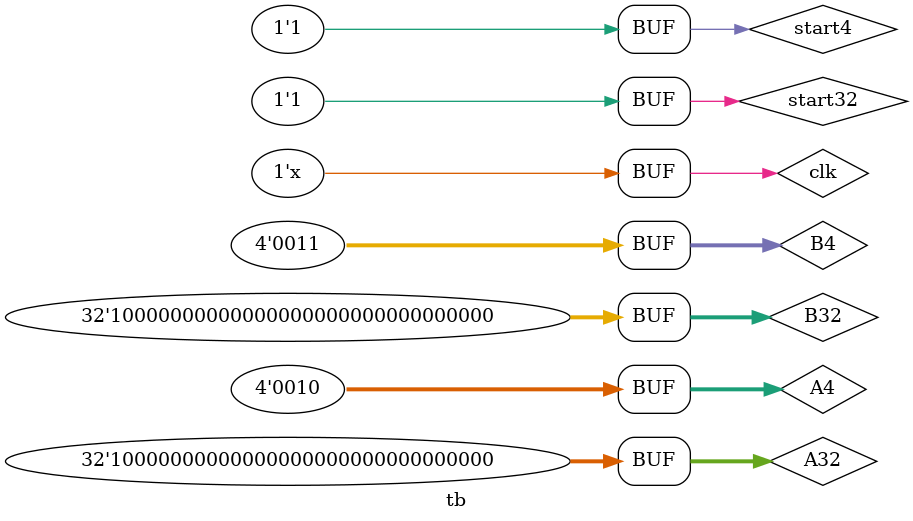
<source format=v>
`timescale 1ns / 1ps

module tb;

	reg start4, start32;
	reg clk;
	
	reg [3:0] A4, B4;
	wire [7:0] O4;
	
	reg [31:0] A32, B32;
	wire [63:0] O32;

	multiplier #(4) 	uut4(start4, clk, A4, B4, O4);
	multiplier #(32) 	uut32(start32, clk, A32, B32, O32);
	
	always #1 clk = ~clk;

	initial 
	begin
		start4 = 0;
		start32 = 0;
		clk = 0;
		A4 = 2;
		B4 = 3;
		A32 = 32'b10000000000000000000000000000000;
		B32 = 32'b10000000000000000000000000000000;
		#10;
		start4 = 1;
		#500;
		start32 = 1;
	end
      
endmodule


</source>
